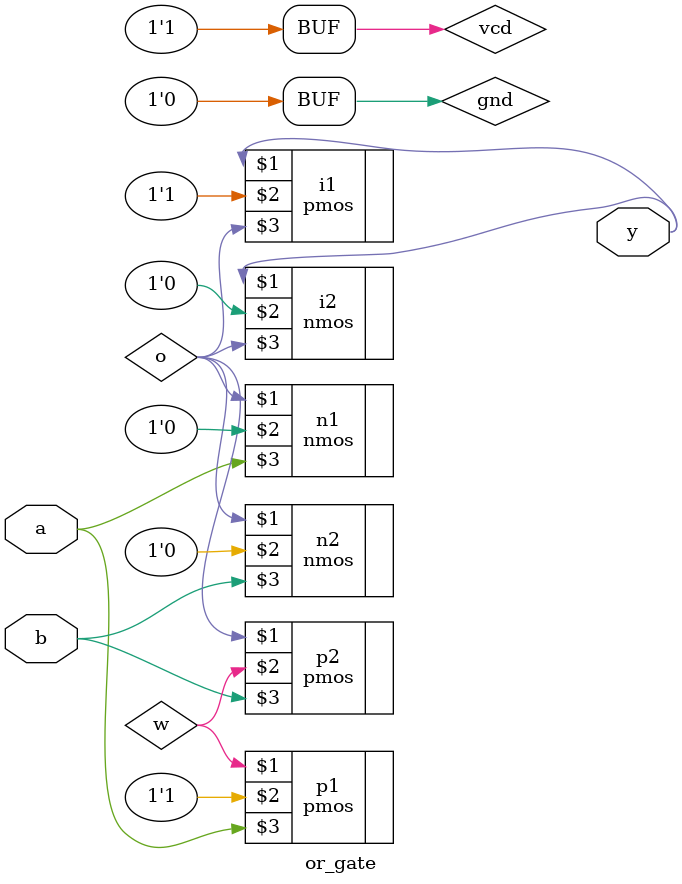
<source format=v>
module or_gate(
input a,b,
output y);
supply1 vcd;
supply0 gnd;
wire w,o;
pmos p1(w,vcd,a);
pmos p2(o,w,b);
nmos n1(o,gnd,a);
nmos n2(o,gnd,b);
pmos i1(y,vcd,o);
nmos i2(y,gnd,o);
endmodule

</source>
